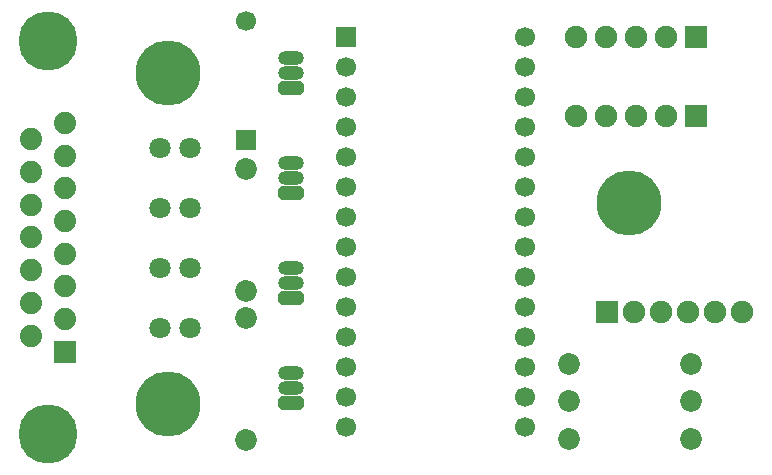
<source format=gbr>
G04 DipTrace 3.0.0.2*
G04 BottomMask.gbr*
%MOMM*%
G04 #@! TF.FileFunction,Soldermask,Bot*
G04 #@! TF.Part,Single*
%AMOUTLINE1*
4,1,8,
-0.79142,0.6,
-1.1,0.29142,
-1.1,-0.29142,
-0.79142,-0.6,
0.79142,-0.6,
1.1,-0.29142,
1.1,0.29142,
0.79142,0.6,
-0.79142,0.6,
0*%
%ADD21R,1.7X1.7*%
%ADD22C,1.7*%
%ADD27C,5.5*%
%ADD37C,1.85*%
%ADD39O,2.2X1.2*%
%ADD41C,1.9*%
%ADD42R,1.9X1.9*%
%ADD43C,5.0*%
%ADD45C,1.89*%
%ADD47R,1.89X1.89*%
%ADD51C,1.8*%
%ADD53C,1.8*%
%ADD58OUTLINE1*%
%FSLAX35Y35*%
G04*
G71*
G90*
G75*
G01*
G04 BotMask*
%LPD*%
D53*
X2428747Y3767000D3*
D51*
X2682747D3*
D53*
X2428747Y3259000D3*
D51*
X2682747D3*
D53*
X2428747Y2751000D3*
D51*
X2682747D3*
D53*
X2428747Y2243000D3*
D51*
X2682747D3*
D21*
X3159000Y3830500D3*
D22*
Y4840500D3*
D27*
X2500000Y1600000D3*
Y4400000D3*
X6400000Y3300000D3*
D47*
X1622000Y2040500D3*
D45*
Y2317500D3*
Y2594500D3*
Y2871500D3*
Y3148500D3*
Y3425500D3*
Y3702500D3*
Y3979500D3*
X1338000Y2179000D3*
Y2456000D3*
Y2733000D3*
Y3010000D3*
Y3287000D3*
Y3564000D3*
Y3841000D3*
D43*
X1480000Y1344000D3*
Y4676000D3*
D42*
X6969000Y4703623D3*
D41*
X6715000D3*
X6461000D3*
X6207000D3*
X5953000D3*
D42*
X6969000Y4036873D3*
D41*
X6715000D3*
X6461000D3*
X6207000D3*
X5953000D3*
D58*
X3540000Y4275000D3*
D39*
Y4402000D3*
Y4529000D3*
D58*
Y3386000D3*
D39*
Y3513000D3*
Y3640000D3*
D58*
Y2497000D3*
D39*
Y2624000D3*
Y2751000D3*
D58*
Y1608000D3*
D39*
Y1735000D3*
Y1862000D3*
D37*
X3159000Y3592377D3*
Y2557377D3*
X5889500Y1941377D3*
X6924500D3*
X3159000Y1290500D3*
Y2325500D3*
X6924500Y1623873D3*
X5889500D3*
Y1306373D3*
X6924500D3*
D42*
X6210000Y2381100D3*
D41*
X6440003D3*
X6670003D3*
X6900000D3*
X7130003D3*
X7360000D3*
D21*
X4000377Y4703627D3*
D22*
Y4449627D3*
Y4195627D3*
Y3941627D3*
Y3687627D3*
Y3433627D3*
Y3179627D3*
Y2925627D3*
Y2671627D3*
Y2417627D3*
Y2163627D3*
Y1909627D3*
Y1655627D3*
Y1401627D3*
X5520377D3*
Y1655627D3*
Y1909627D3*
Y2163627D3*
Y2417627D3*
Y2671627D3*
Y2925627D3*
Y3179627D3*
Y3433627D3*
Y3687627D3*
Y3941627D3*
Y4195627D3*
Y4449627D3*
Y4703627D3*
M02*

</source>
